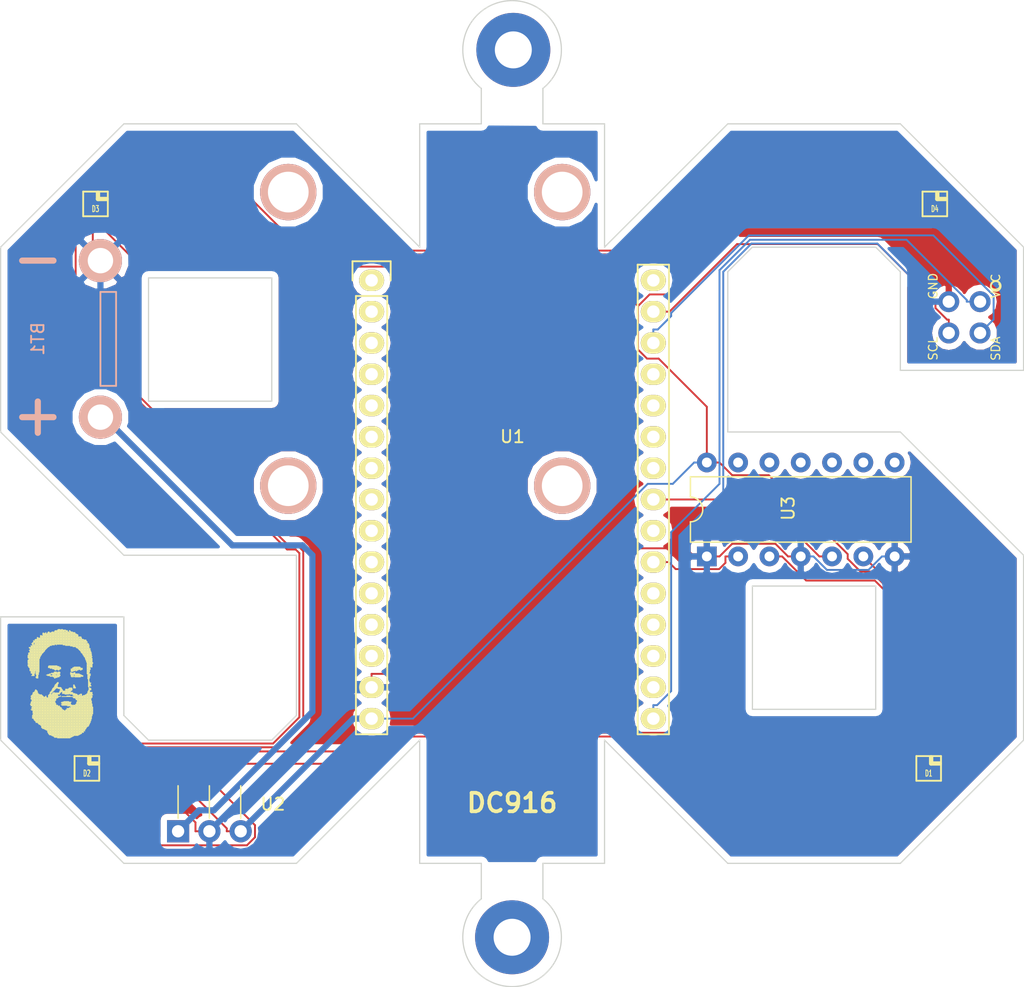
<source format=kicad_pcb>
(kicad_pcb (version 4) (host pcbnew 4.0.7)
  (layers (0 F.Cu signal) (31 B.Cu signal) (34 B.Paste user) (35 F.Paste user) (36 B.SilkS user) (37 F.SilkS user) (38 B.Mask user) (39 F.Mask user) (44 Edge.Cuts user))
  (net 0 "")
  (net 1 GND)
  (net 2 CLK5)
  (net 3 MOSI5)
  (net 4 5VDC)
  (net 5 "Net-(D1-Pad6)")
  (net 6 "Net-(D1-Pad1)")
  (net 7 "Net-(D2-Pad6)")
  (net 8 "Net-(D2-Pad1)")
  (net 9 "Net-(D3-Pad6)")
  (net 10 "Net-(D3-Pad1)")
  (net 11 "Net-(D4-Pad6)")
  (net 12 "Net-(D4-Pad1)")
  (net 13 "Net-(U1-Pad1)")
  (net 14 "Net-(U1-Pad2)")
  (net 15 "Net-(U1-Pad3)")
  (net 16 "Net-(U1-Pad4)")
  (net 17 "Net-(U1-Pad5)")
  (net 18 "Net-(U1-Pad6)")
  (net 19 "Net-(U1-Pad7)")
  (net 20 "Net-(U1-Pad8)")
  (net 21 "Net-(U1-Pad9)")
  (net 22 "Net-(U1-Pad10)")
  (net 23 "Net-(U1-Pad11)")
  (net 24 "Net-(U1-Pad12)")
  (net 25 "Net-(U1-Pad13)")
  (net 26 "Net-(U1-Pad30)")
  (net 27 "Net-(U1-Pad18)")
  (net 28 "Net-(U1-Pad17)")
  (net 29 "Net-(U1-Pad19)")
  (net 30 "Net-(U1-Pad25)")
  (net 31 "Net-(U1-Pad26)")
  (net 32 "Net-(U1-Pad24)")
  (net 33 "Net-(U1-Pad22)")
  (net 34 CLK)
  (net 35 MOSI)
  (net 36 "Net-(U1-Pad20)")
  (net 37 "Net-(U1-Pad27)")
  (net 38 "Net-(U3-Pad8)")
  (net 39 "Net-(U3-Pad9)")
  (net 40 "Net-(U3-Pad10)")
  (net 41 "Net-(U3-Pad11)")
  (net 42 "Net-(U3-Pad12)")
  (net 43 "Net-(U3-Pad13)")
  (net 44 9VDC)
  (net 45 3v3VDC)
  (net 46 SDA)
  (net 47 SCL)
  (module customdc916:BatteryHolder_9Volt_Keystone_1294 (layer B.Cu) (at 156.6 68.8)
    (fp_text reference BT1 (at -5.08 -6.35 270) (layer B.SilkS) (effects (justify mirror)))
    (fp_text value 9v)
    (pad 1 thru_hole circle (at 0 0) (size 3.5 3.5) (drill 2.06) (layers *.Cu *.Mask B.SilkS) (net 44 9VDC))
    (pad 2 thru_hole circle (at 0 -12.7) (size 3.5 3.5) (drill 2.06) (layers *.Cu *.Mask B.SilkS) (net 1 GND))
    (pad 3 thru_hole circle (at 15.24 -18.2626) (size 4.572 4.572) (drill 3.302) (layers *.Cu *.Mask B.SilkS))
    (pad 3 thru_hole circle (at 15.24 5.5626) (size 4.572 4.572) (drill 3.302) (layers *.Cu *.Mask B.SilkS))
    (pad 3 thru_hole circle (at 37.465 5.5626) (size 4.572 4.572) (drill 3.302) (layers *.Cu *.Mask B.SilkS))
    (pad 3 thru_hole circle (at 37.465 -18.2626) (size 4.572 4.572) (drill 3.302) (layers *.Cu *.Mask B.SilkS))
  )
  (module TO_SOT_Packages_THT:TO-220-3_Horizontal (layer F.Cu) (at 162.9 102.4)
    (fp_text reference U2 (at 7.7 -2.2) (layer F.SilkS))
    (fp_text value LM7805_TO220)
    (pad 1 thru_hole rect (at 0 0) (size 1.8 1.8) (drill 1) (layers *.Cu *.Mask) (net 44 9VDC))
    (pad 2 thru_hole oval (at 2.54 0) (size 1.8 1.8) (drill 1) (layers *.Cu *.Mask) (net 1 GND))
    (pad 3 thru_hole oval (at 5.08 0) (size 1.8 1.8) (drill 1) (layers *.Cu *.Mask) (net 4 5VDC))
  )
  (module nodemcu:NodeMCU_Amica_R2 (layer F.Cu) (at 178.6 57.7)
    (fp_text reference U1 (at 11.43 12.68) (layer F.SilkS))
    (fp_text value nodemcu hide)
    (pad 1 thru_hole oval (at 0 0) (size 2.032 1.7272) (drill 1.016) (layers *.Cu *.Mask F.SilkS) (net 13 "Net-(U1-Pad1)"))
    (pad 2 thru_hole oval (at 0 2.54) (size 2.032 1.7272) (drill 1.016) (layers *.Cu *.Mask F.SilkS) (net 14 "Net-(U1-Pad2)"))
    (pad 3 thru_hole oval (at 0 5.08) (size 2.032 1.7272) (drill 1.016) (layers *.Cu *.Mask F.SilkS) (net 15 "Net-(U1-Pad3)"))
    (pad 4 thru_hole oval (at 0 7.62) (size 2.032 1.7272) (drill 1.016) (layers *.Cu *.Mask F.SilkS) (net 16 "Net-(U1-Pad4)"))
    (pad 5 thru_hole oval (at 0 10.16) (size 2.032 1.7272) (drill 1.016) (layers *.Cu *.Mask F.SilkS) (net 17 "Net-(U1-Pad5)"))
    (pad 6 thru_hole oval (at 0 12.7) (size 2.032 1.7272) (drill 1.016) (layers *.Cu *.Mask F.SilkS) (net 18 "Net-(U1-Pad6)"))
    (pad 7 thru_hole oval (at 0 15.24) (size 2.032 1.7272) (drill 1.016) (layers *.Cu *.Mask F.SilkS) (net 19 "Net-(U1-Pad7)"))
    (pad 8 thru_hole oval (at 0 17.78) (size 2.032 1.7272) (drill 1.016) (layers *.Cu *.Mask F.SilkS) (net 20 "Net-(U1-Pad8)"))
    (pad 9 thru_hole oval (at 0 20.32) (size 2.032 1.7272) (drill 1.016) (layers *.Cu *.Mask F.SilkS) (net 21 "Net-(U1-Pad9)"))
    (pad 10 thru_hole oval (at 0 22.86) (size 2.032 1.7272) (drill 1.016) (layers *.Cu *.Mask F.SilkS) (net 22 "Net-(U1-Pad10)"))
    (pad 11 thru_hole oval (at 0 25.4) (size 2.032 1.7272) (drill 1.016) (layers *.Cu *.Mask F.SilkS) (net 23 "Net-(U1-Pad11)"))
    (pad 12 thru_hole oval (at 0 27.94) (size 2.032 1.7272) (drill 1.016) (layers *.Cu *.Mask F.SilkS) (net 24 "Net-(U1-Pad12)"))
    (pad 13 thru_hole oval (at 0 30.48) (size 2.032 1.7272) (drill 1.016) (layers *.Cu *.Mask F.SilkS) (net 25 "Net-(U1-Pad13)"))
    (pad 14 thru_hole oval (at 0 33.02) (size 2.032 1.7272) (drill 1.016) (layers *.Cu *.Mask F.SilkS) (net 1 GND))
    (pad 15 thru_hole oval (at 0 35.56) (size 2.032 1.7272) (drill 1.016) (layers *.Cu *.Mask F.SilkS) (net 4 5VDC))
    (pad 30 thru_hole oval (at 22.86 0) (size 2.032 1.7272) (drill 1.016) (layers *.Cu *.Mask F.SilkS) (net 26 "Net-(U1-Pad30)"))
    (pad 18 thru_hole oval (at 22.86 30.48) (size 2.032 1.7272) (drill 1.016) (layers *.Cu *.Mask F.SilkS) (net 27 "Net-(U1-Pad18)"))
    (pad 17 thru_hole oval (at 22.86 33.02) (size 2.032 1.7272) (drill 1.016) (layers *.Cu *.Mask F.SilkS) (net 28 "Net-(U1-Pad17)"))
    (pad 19 thru_hole oval (at 22.86 27.94) (size 2.032 1.7272) (drill 1.016) (layers *.Cu *.Mask F.SilkS) (net 29 "Net-(U1-Pad19)"))
    (pad 25 thru_hole oval (at 22.86 12.7) (size 2.032 1.7272) (drill 1.016) (layers *.Cu *.Mask F.SilkS) (net 30 "Net-(U1-Pad25)"))
    (pad 26 thru_hole oval (at 22.86 10.16) (size 2.032 1.7272) (drill 1.016) (layers *.Cu *.Mask F.SilkS) (net 31 "Net-(U1-Pad26)"))
    (pad 24 thru_hole oval (at 22.86 15.24) (size 2.032 1.7272) (drill 1.016) (layers *.Cu *.Mask F.SilkS) (net 32 "Net-(U1-Pad24)"))
    (pad 16 thru_hole oval (at 22.86 35.56) (size 2.032 1.7272) (drill 1.016) (layers *.Cu *.Mask F.SilkS) (net 45 3v3VDC))
    (pad 22 thru_hole oval (at 22.86 20.32) (size 2.032 1.7272) (drill 1.016) (layers *.Cu *.Mask F.SilkS) (net 33 "Net-(U1-Pad22)"))
    (pad 23 thru_hole oval (at 22.86 17.78) (size 2.032 1.7272) (drill 1.016) (layers *.Cu *.Mask F.SilkS) (net 34 CLK))
    (pad 21 thru_hole oval (at 22.86 22.86) (size 2.032 1.7272) (drill 1.016) (layers *.Cu *.Mask F.SilkS) (net 35 MOSI))
    (pad 20 thru_hole oval (at 22.86 25.4) (size 2.032 1.7272) (drill 1.016) (layers *.Cu *.Mask F.SilkS) (net 36 "Net-(U1-Pad20)"))
    (pad 28 thru_hole oval (at 22.86 5.08) (size 2.032 1.7272) (drill 1.016) (layers *.Cu *.Mask F.SilkS) (net 46 SDA))
    (pad 27 thru_hole oval (at 22.86 7.62) (size 2.032 1.7272) (drill 1.016) (layers *.Cu *.Mask F.SilkS) (net 37 "Net-(U1-Pad27)"))
    (pad 29 thru_hole oval (at 22.86 2.54) (size 2.032 1.7272) (drill 1.016) (layers *.Cu *.Mask F.SilkS) (net 47 SCL))
  )
  (module badgelife-shitty:Badgelife-Shitty-2x2 (layer F.Cu) (at 226.7 60.7 270)
    (fp_text reference X1)
    (fp_text value shit)
    (fp_text user SDA (at 2.54 -2.54 270) (layer F.SilkS) (effects (font (size 0.7 0.7) (thickness 0.1))))
    (fp_text user SCL (at 2.54 2.54 270) (layer F.SilkS) (effects (font (size 0.7 0.7) (thickness 0.1))))
    (fp_text user GND (at -2.54 2.54 270) (layer F.SilkS) (effects (font (size 0.7 0.7) (thickness 0.1))))
    (fp_text user VCC (at -2.54 -2.54 270) (layer F.SilkS) (effects (font (size 0.7 0.7) (thickness 0.1))))
    (pad 4 thru_hole circle (at 1.27 -1.27 270) (size 1.7 1.7) (drill 1) (layers *.Cu *.Mask) (net 46 SDA))
    (pad 3 thru_hole oval (at 1.27 1.27 270) (size 1.7 1.7) (drill 1) (layers *.Cu *.Mask) (net 47 SCL))
    (pad 1 thru_hole oval (at -1.27 -1.27 270) (size 1.7 1.7) (drill 1) (layers *.Cu *.Mask) (net 45 3v3VDC))
    (pad 2 thru_hole oval (at -1.27 1.27 270) (size 1.7 1.7) (drill 1) (layers *.Cu *.Mask) (net 1 GND))
  )
  (module gsg-modules:APA102-2020 (layer F.Cu) (at 223.8 97.3)
    (fp_text reference D1 (at 0 0.4) (layer F.SilkS) (effects (font (size 0.50038 0.29972) (thickness 0.07493))))
    (fp_text value APA102 hide)
    (pad 2 smd rect (at -0.85 -0.9) (size 0.8 0.5) (layers F.Cu F.Paste F.Mask) (net 2 CLK5))
    (pad 3 smd rect (at -0.85 0) (size 0.8 0.3) (layers F.Cu F.Paste F.Mask) (net 3 MOSI5))
    (pad 4 smd rect (at -0.85 0.9) (size 0.8 0.5) (layers F.Cu F.Paste F.Mask) (net 1 GND))
    (pad 5 smd rect (at 0.85 0.9) (size 0.8 0.5) (layers F.Cu F.Paste F.Mask) (net 4 5VDC))
    (pad 6 smd rect (at 0.85 0) (size 0.8 0.3) (layers F.Cu F.Paste F.Mask) (net 5 "Net-(D1-Pad6)"))
    (pad 1 smd rect (at 0.85 -0.9) (size 0.8 0.5) (layers F.Cu F.Paste F.Mask) (net 6 "Net-(D1-Pad1)"))
  )
  (module gsg-modules:APA102-2020 (layer F.Cu) (at 155.5 97.3)
    (fp_text reference D2 (at 0 0.4) (layer F.SilkS) (effects (font (size 0.50038 0.29972) (thickness 0.07493))))
    (fp_text value APA102 hide)
    (pad 2 smd rect (at -0.85 -0.9) (size 0.8 0.5) (layers F.Cu F.Paste F.Mask) (net 6 "Net-(D1-Pad1)"))
    (pad 3 smd rect (at -0.85 0) (size 0.8 0.3) (layers F.Cu F.Paste F.Mask) (net 5 "Net-(D1-Pad6)"))
    (pad 4 smd rect (at -0.85 0.9) (size 0.8 0.5) (layers F.Cu F.Paste F.Mask) (net 1 GND))
    (pad 5 smd rect (at 0.85 0.9) (size 0.8 0.5) (layers F.Cu F.Paste F.Mask) (net 4 5VDC))
    (pad 6 smd rect (at 0.85 0) (size 0.8 0.3) (layers F.Cu F.Paste F.Mask) (net 7 "Net-(D2-Pad6)"))
    (pad 1 smd rect (at 0.85 -0.9) (size 0.8 0.5) (layers F.Cu F.Paste F.Mask) (net 8 "Net-(D2-Pad1)"))
  )
  (module gsg-modules:APA102-2020 (layer F.Cu) (at 156.2 51.5)
    (fp_text reference D3 (at 0 0.4) (layer F.SilkS) (effects (font (size 0.50038 0.29972) (thickness 0.07493))))
    (fp_text value APA102 hide)
    (pad 2 smd rect (at -0.85 -0.9) (size 0.8 0.5) (layers F.Cu F.Paste F.Mask) (net 8 "Net-(D2-Pad1)"))
    (pad 3 smd rect (at -0.85 0) (size 0.8 0.3) (layers F.Cu F.Paste F.Mask) (net 7 "Net-(D2-Pad6)"))
    (pad 4 smd rect (at -0.85 0.9) (size 0.8 0.5) (layers F.Cu F.Paste F.Mask) (net 1 GND))
    (pad 5 smd rect (at 0.85 0.9) (size 0.8 0.5) (layers F.Cu F.Paste F.Mask) (net 4 5VDC))
    (pad 6 smd rect (at 0.85 0) (size 0.8 0.3) (layers F.Cu F.Paste F.Mask) (net 9 "Net-(D3-Pad6)"))
    (pad 1 smd rect (at 0.85 -0.9) (size 0.8 0.5) (layers F.Cu F.Paste F.Mask) (net 10 "Net-(D3-Pad1)"))
  )
  (module gsg-modules:APA102-2020 (layer F.Cu) (at 224.3 51.5)
    (fp_text reference D4 (at 0 0.4) (layer F.SilkS) (effects (font (size 0.50038 0.29972) (thickness 0.07493))))
    (fp_text value APA102 hide)
    (pad 2 smd rect (at -0.85 -0.9) (size 0.8 0.5) (layers F.Cu F.Paste F.Mask) (net 10 "Net-(D3-Pad1)"))
    (pad 3 smd rect (at -0.85 0) (size 0.8 0.3) (layers F.Cu F.Paste F.Mask) (net 9 "Net-(D3-Pad6)"))
    (pad 4 smd rect (at -0.85 0.9) (size 0.8 0.5) (layers F.Cu F.Paste F.Mask) (net 1 GND))
    (pad 5 smd rect (at 0.85 0.9) (size 0.8 0.5) (layers F.Cu F.Paste F.Mask) (net 4 5VDC))
    (pad 6 smd rect (at 0.85 0) (size 0.8 0.3) (layers F.Cu F.Paste F.Mask) (net 11 "Net-(D4-Pad6)"))
    (pad 1 smd rect (at 0.85 -0.9) (size 0.8 0.5) (layers F.Cu F.Paste F.Mask) (net 12 "Net-(D4-Pad1)"))
  )
  (module Housings_DIP:DIP-14_W7.62mm (layer F.Cu) (at 205.8 80.1 90)
    (fp_text reference U3 (at 3.9 6.6 90) (layer F.SilkS))
    (fp_text value 74AHC125)
    (pad 1 thru_hole rect (at 0 0 90) (size 1.6 1.6) (drill 0.8) (layers *.Cu *.Mask) (net 1 GND))
    (pad 8 thru_hole oval (at 7.62 15.24 90) (size 1.6 1.6) (drill 0.8) (layers *.Cu *.Mask) (net 38 "Net-(U3-Pad8)"))
    (pad 2 thru_hole oval (at 0 2.54 90) (size 1.6 1.6) (drill 0.8) (layers *.Cu *.Mask) (net 35 MOSI))
    (pad 9 thru_hole oval (at 7.62 12.7 90) (size 1.6 1.6) (drill 0.8) (layers *.Cu *.Mask) (net 39 "Net-(U3-Pad9)"))
    (pad 3 thru_hole oval (at 0 5.08 90) (size 1.6 1.6) (drill 0.8) (layers *.Cu *.Mask) (net 2 CLK5))
    (pad 10 thru_hole oval (at 7.62 10.16 90) (size 1.6 1.6) (drill 0.8) (layers *.Cu *.Mask) (net 40 "Net-(U3-Pad10)"))
    (pad 4 thru_hole oval (at 0 7.62 90) (size 1.6 1.6) (drill 0.8) (layers *.Cu *.Mask) (net 1 GND))
    (pad 11 thru_hole oval (at 7.62 7.62 90) (size 1.6 1.6) (drill 0.8) (layers *.Cu *.Mask) (net 41 "Net-(U3-Pad11)"))
    (pad 5 thru_hole oval (at 0 10.16 90) (size 1.6 1.6) (drill 0.8) (layers *.Cu *.Mask) (net 34 CLK))
    (pad 12 thru_hole oval (at 7.62 5.08 90) (size 1.6 1.6) (drill 0.8) (layers *.Cu *.Mask) (net 42 "Net-(U3-Pad12)"))
    (pad 6 thru_hole oval (at 0 12.7 90) (size 1.6 1.6) (drill 0.8) (layers *.Cu *.Mask) (net 3 MOSI5))
    (pad 13 thru_hole oval (at 7.62 2.54 90) (size 1.6 1.6) (drill 0.8) (layers *.Cu *.Mask) (net 43 "Net-(U3-Pad13)"))
    (pad 7 thru_hole oval (at 0 15.24 90) (size 1.6 1.6) (drill 0.8) (layers *.Cu *.Mask) (net 1 GND))
    (pad 14 thru_hole oval (at 7.62 0 90) (size 1.6 1.6) (drill 0.8) (layers *.Cu *.Mask) (net 4 5VDC))
  )
  (module Mounting_Holes:MountingHole_3mm_Pad (layer F.Cu) (at 190.1 39)
    (fp_text reference REF** hide)
    (fp_text value MountingHole_3mm_Pad hide)
    (pad 1 thru_hole circle (at 0 0) (size 6 6) (drill 3) (layers *.Cu *.Mask))
  )
  (module Mounting_Holes:MountingHole_3mm_Pad (layer F.Cu) (at 190 111)
    (fp_text reference REF** hide)
    (fp_text value MountingHole_3mm_Pad hide)
    (pad 1 thru_hole circle (at 0 0) (size 6 6) (drill 3) (layers *.Cu *.Mask))
  )
  (module nilesface2:nilesface_smaller (layer F.Cu) (at 150.7 86)
    (fp_text reference nilesface hide)
    (fp_text value "" (at 0 0) (layer F.SilkS))
  )
  (gr_line (start 187.5011 107.881101) (end 187.5011 105.0036) (layer Edge.Cuts) (width 0.1))
  (gr_line (start 192.5011 107.881101) (end 192.5011 105.0036) (layer Edge.Cuts) (width 0.1))
  (gr_arc (start 190.0011 111.0036) (end 187.5011 107.881101) (angle -282.6356251) (layer Edge.Cuts) (width 0.1))
  (gr_line (start 192.5011 105.0036) (end 197.5011 105.0036) (layer Edge.Cuts) (width 0.1))
  (gr_line (start 182.5011 105.0036) (end 187.5011 105.0036) (layer Edge.Cuts) (width 0.1))
  (gr_line (start 192.5011 45.0036) (end 197.5011 45.0036) (layer Edge.Cuts) (width 0.1))
  (gr_line (start 187.5011 42.126099) (end 187.5011 45.0036) (layer Edge.Cuts) (width 0.1))
  (gr_line (start 192.5011 42.126099) (end 192.5011 45.0036) (layer Edge.Cuts) (width 0.1))
  (gr_arc (start 190.0011 39.0036) (end 192.5011 42.126099) (angle -282.6356251) (layer Edge.Cuts) (width 0.1))
  (gr_line (start 182.5011 45.0036) (end 187.5011 45.0036) (layer Edge.Cuts) (width 0.1))
  (gr_text DC916 (at 190 100.1) (layer F.SilkS) (effects (font (size 1.5 1.5) (thickness 0.3))))
  (gr_line (start 197.5011 95.0036) (end 197.5011 105.0036) (layer Edge.Cuts) (width 0.1))
  (gr_line (start 182.5011 95.0036) (end 182.5011 105.0036) (layer Edge.Cuts) (width 0.1))
  (gr_line (start 182.5011 45.0036) (end 182.5011 55.0036) (layer Edge.Cuts) (width 0.1))
  (gr_line (start 197.5011 45.0036) (end 197.5011 55.0036) (layer Edge.Cuts) (width 0.1))
  (gr_line (start 221.5011 45.0036) (end 207.5011 45.0036) (layer Edge.Cuts) (width 0.1))
  (gr_line (start 231.5011 95.0036) (end 231.5011 80.0036) (layer Edge.Cuts) (width 0.1))
  (gr_line (start 209.5011 82.5036) (end 209.5011 92.5036) (layer Edge.Cuts) (width 0.1))
  (gr_line (start 219.5011 82.5036) (end 209.5011 82.5036) (layer Edge.Cuts) (width 0.1))
  (gr_line (start 219.5011 92.5036) (end 219.5011 82.5036) (layer Edge.Cuts) (width 0.1))
  (gr_line (start 209.5011 92.5036) (end 219.5011 92.5036) (layer Edge.Cuts) (width 0.1))
  (gr_line (start 207.5011 105.0036) (end 197.5011 95.0036) (layer Edge.Cuts) (width 0.1))
  (gr_line (start 207.5011 45.0036) (end 197.5011 55.0036) (layer Edge.Cuts) (width 0.1))
  (gr_line (start 221.5011 105.0036) (end 207.5011 105.0036) (layer Edge.Cuts) (width 0.1))
  (gr_line (start 207.5011 57.0036) (end 207.5011 70.0036) (layer Edge.Cuts) (width 0.1))
  (gr_line (start 221.5011 70.0036) (end 207.5011 70.0036) (layer Edge.Cuts) (width 0.1))
  (gr_line (start 231.5011 80.0036) (end 221.5011 70.0036) (layer Edge.Cuts) (width 0.1))
  (gr_line (start 207.5011 57.0036) (end 209.5011 55.0036) (layer Edge.Cuts) (width 0.1))
  (gr_line (start 219.5011 55.0036) (end 209.5011 55.0036) (layer Edge.Cuts) (width 0.1))
  (gr_line (start 219.5011 55.0036) (end 221.5011 57.0036) (layer Edge.Cuts) (width 0.1))
  (gr_line (start 221.5011 65.0036) (end 221.5011 57.0036) (layer Edge.Cuts) (width 0.1))
  (gr_line (start 231.5011 65.0036) (end 221.5011 65.0036) (layer Edge.Cuts) (width 0.1))
  (gr_line (start 231.5011 55.0036) (end 231.5011 65.0036) (layer Edge.Cuts) (width 0.1))
  (gr_line (start 221.5011 45.0036) (end 231.5011 55.0036) (layer Edge.Cuts) (width 0.1))
  (gr_line (start 221.5011 105.0036) (end 231.5011 95.0036) (layer Edge.Cuts) (width 0.1))
  (gr_line (start 158.5011 105.0036) (end 172.5011 105.0036) (layer Edge.Cuts) (width 0.1))
  (gr_line (start 148.5011 55.0036) (end 148.5011 70.0036) (layer Edge.Cuts) (width 0.1))
  (gr_line (start 170.5011 67.5036) (end 170.5011 57.5036) (layer Edge.Cuts) (width 0.1))
  (gr_line (start 160.5011 67.5036) (end 170.5011 67.5036) (layer Edge.Cuts) (width 0.1))
  (gr_line (start 160.5011 57.5036) (end 160.5011 67.5036) (layer Edge.Cuts) (width 0.1))
  (gr_line (start 170.5011 57.5036) (end 160.5011 57.5036) (layer Edge.Cuts) (width 0.1))
  (gr_line (start 172.5011 45.0036) (end 182.5011 55.0036) (layer Edge.Cuts) (width 0.1))
  (gr_line (start 172.5011 105.0036) (end 182.5011 95.0036) (layer Edge.Cuts) (width 0.1))
  (gr_line (start 158.5011 45.0036) (end 172.5011 45.0036) (layer Edge.Cuts) (width 0.1))
  (gr_line (start 172.5011 93.0036) (end 172.5011 80.0036) (layer Edge.Cuts) (width 0.1))
  (gr_line (start 158.5011 80.0036) (end 172.5011 80.0036) (layer Edge.Cuts) (width 0.1))
  (gr_line (start 148.5011 70.0036) (end 158.5011 80.0036) (layer Edge.Cuts) (width 0.1))
  (gr_line (start 172.5011 93.0036) (end 170.5011 95.0036) (layer Edge.Cuts) (width 0.1))
  (gr_line (start 160.5011 95.0036) (end 170.5011 95.0036) (layer Edge.Cuts) (width 0.1))
  (gr_line (start 160.5011 95.0036) (end 158.5011 93.0036) (layer Edge.Cuts) (width 0.1))
  (gr_line (start 158.5011 85.0036) (end 158.5011 93.0036) (layer Edge.Cuts) (width 0.1))
  (gr_line (start 148.5011 85.0036) (end 158.5011 85.0036) (layer Edge.Cuts) (width 0.1))
  (gr_line (start 148.5011 95.0036) (end 148.5011 85.0036) (layer Edge.Cuts) (width 0.1))
  (gr_line (start 158.5011 105.0036) (end 148.5011 95.0036) (layer Edge.Cuts) (width 0.1))
  (gr_line (start 158.5011 45.0036) (end 148.5011 55.0036) (layer Edge.Cuts) (width 0.1))
  (segment (start 176.752732 90.749925) (end 176.752732 91.087268) (width 0.5) (layer B.Cu) (net 1))
  (segment (start 176.752732 91.087268) (end 165.44 102.4) (width 0.5) (layer B.Cu) (net 1))
  (segment (start 156.6 56.1) (end 156.6 63.8) (width 0.5) (layer B.Cu) (net 1))
  (segment (start 156.6 63.8) (end 155.8 64.6) (width 0.5) (layer B.Cu) (net 1))
  (segment (start 218.9182 81.1929) (end 220.0111 80.1) (width 0.1524) (layer B.Cu) (net 1))
  (segment (start 215.5418 81.1929) (end 218.9182 81.1929) (width 0.1524) (layer B.Cu) (net 1))
  (segment (start 214.4489 80.1) (end 215.5418 81.1929) (width 0.1524) (layer B.Cu) (net 1))
  (segment (start 213.42 80.1) (end 214.4489 80.1) (width 0.1524) (layer B.Cu) (net 1))
  (segment (start 221.04 80.1) (end 220.0111 80.1) (width 0.1524) (layer B.Cu) (net 1))
  (segment (start 154.65 98.2) (end 155.2789 98.2) (width 0.1524) (layer F.Cu) (net 1))
  (segment (start 155.2789 98.2) (end 156.0628 98.9839) (width 0.1524) (layer F.Cu) (net 1))
  (segment (start 156.0628 98.9839) (end 161.6107 98.9839) (width 0.1524) (layer F.Cu) (net 1))
  (segment (start 161.6107 98.9839) (end 164.3111 101.6843) (width 0.1524) (layer F.Cu) (net 1))
  (segment (start 164.3111 101.6843) (end 164.3111 102.4) (width 0.1524) (layer F.Cu) (net 1))
  (segment (start 165.44 102.4) (end 164.3111 102.4) (width 0.1524) (layer F.Cu) (net 1))
  (segment (start 222.95 98.2) (end 223.5789 98.2) (width 0.1524) (layer F.Cu) (net 1))
  (segment (start 221.04 80.1) (end 221.04 81.1289) (width 0.1524) (layer F.Cu) (net 1))
  (segment (start 225.43 59.43) (end 224.3511 59.43) (width 0.1524) (layer B.Cu) (net 1))
  (segment (start 205.8 80.1) (end 205.8 79.0711) (width 0.1524) (layer B.Cu) (net 1))
  (segment (start 219.6372 54.7161) (end 224.3511 59.43) (width 0.1524) (layer B.Cu) (net 1))
  (segment (start 209.422 54.7161) (end 219.6372 54.7161) (width 0.1524) (layer B.Cu) (net 1))
  (segment (start 207.134 57.0041) (end 209.422 54.7161) (width 0.1524) (layer B.Cu) (net 1))
  (segment (start 207.134 77.7371) (end 207.134 57.0041) (width 0.1524) (layer B.Cu) (net 1))
  (segment (start 205.8 79.0711) (end 207.134 77.7371) (width 0.1524) (layer B.Cu) (net 1))
  (segment (start 204.113 79.4419) (end 204.7711 80.1) (width 0.1524) (layer F.Cu) (net 1))
  (segment (start 189.8781 79.4419) (end 204.113 79.4419) (width 0.1524) (layer F.Cu) (net 1))
  (segment (start 179.6925 89.6275) (end 189.8781 79.4419) (width 0.1524) (layer F.Cu) (net 1))
  (segment (start 178.6 89.6275) (end 179.6925 89.6275) (width 0.1524) (layer F.Cu) (net 1))
  (segment (start 178.6 90.72) (end 178.6 89.6275) (width 0.1524) (layer F.Cu) (net 1))
  (segment (start 205.8 80.1) (end 204.7711 80.1) (width 0.1524) (layer F.Cu) (net 1))
  (segment (start 224.5578 51.9211) (end 224.0789 52.4) (width 0.1524) (layer F.Cu) (net 1))
  (segment (start 225.6653 51.9211) (end 224.5578 51.9211) (width 0.1524) (layer F.Cu) (net 1))
  (segment (start 225.779 52.0348) (end 225.6653 51.9211) (width 0.1524) (layer F.Cu) (net 1))
  (segment (start 225.779 58.0021) (end 225.779 52.0348) (width 0.1524) (layer F.Cu) (net 1))
  (segment (start 225.43 58.3511) (end 225.779 58.0021) (width 0.1524) (layer F.Cu) (net 1))
  (segment (start 225.43 59.43) (end 225.43 58.3511) (width 0.1524) (layer F.Cu) (net 1))
  (segment (start 223.45 52.4) (end 224.0789 52.4) (width 0.1524) (layer F.Cu) (net 1))
  (segment (start 155.9789 55.4789) (end 155.9789 52.4) (width 0.1524) (layer F.Cu) (net 1))
  (segment (start 156.6 56.1) (end 155.9789 55.4789) (width 0.1524) (layer F.Cu) (net 1))
  (segment (start 155.35 52.4) (end 155.9789 52.4) (width 0.1524) (layer F.Cu) (net 1))
  (segment (start 207.8578 79.0711) (end 206.8289 80.1) (width 0.1524) (layer F.Cu) (net 1))
  (segment (start 211.3622 79.0711) (end 207.8578 79.0711) (width 0.1524) (layer F.Cu) (net 1))
  (segment (start 212.3911 80.1) (end 211.3622 79.0711) (width 0.1524) (layer F.Cu) (net 1))
  (segment (start 213.42 80.1) (end 212.3911 80.1) (width 0.1524) (layer F.Cu) (net 1))
  (segment (start 205.8 80.1) (end 206.8289 80.1) (width 0.1524) (layer F.Cu) (net 1))
  (segment (start 176.8 90.7) (end 176.752732 90.749925) (width 0.1524) (layer B.Cu) (net 1))
  (segment (start 178.6 90.72) (end 176.8 90.7) (width 1) (layer B.Cu) (net 1))
  (segment (start 176.5 78.2) (end 176.8 90.7) (width 1) (layer B.Cu) (net 1))
  (segment (start 155.8 64.6) (end 171.1 78.2) (width 0.5) (layer B.Cu) (net 1))
  (segment (start 171.1 78.2) (end 176.5 78.2) (width 0.5) (layer B.Cu) (net 1))
  (segment (start 226.217 86.3059) (end 221.04 81.1289) (width 0.1524) (layer F.Cu) (net 1))
  (segment (start 226.217 98.0516) (end 226.217 86.3059) (width 0.1524) (layer F.Cu) (net 1))
  (segment (start 225.2734 98.9952) (end 226.217 98.0516) (width 0.1524) (layer F.Cu) (net 1))
  (segment (start 223.9425 98.9952) (end 225.2734 98.9952) (width 0.1524) (layer F.Cu) (net 1))
  (segment (start 223.5789 98.6316) (end 223.9425 98.9952) (width 0.1524) (layer F.Cu) (net 1))
  (segment (start 223.5789 98.2) (end 223.5789 98.6316) (width 0.1524) (layer F.Cu) (net 1))
  (segment (start 222.95 96.4) (end 223.5789 96.4) (width 0.1524) (layer F.Cu) (net 2))
  (segment (start 210.88 80.1) (end 211.9089 80.1) (width 0.1524) (layer F.Cu) (net 2))
  (segment (start 224.0579 96.879) (end 223.5789 96.4) (width 0.1524) (layer F.Cu) (net 2))
  (segment (start 225.1491 96.879) (end 224.0579 96.879) (width 0.1524) (layer F.Cu) (net 2))
  (segment (start 225.279 96.7491) (end 225.1491 96.879) (width 0.1524) (layer F.Cu) (net 2))
  (segment (start 225.279 87.9068) (end 225.279 96.7491) (width 0.1524) (layer F.Cu) (net 2))
  (segment (start 219.4296 82.0574) (end 225.279 87.9068) (width 0.1524) (layer F.Cu) (net 2))
  (segment (start 213.8663 82.0574) (end 219.4296 82.0574) (width 0.1524) (layer F.Cu) (net 2))
  (segment (start 211.9089 80.1) (end 213.8663 82.0574) (width 0.1524) (layer F.Cu) (net 2))
  (segment (start 222.95 97.3) (end 223.5789 97.3) (width 0.1524) (layer F.Cu) (net 3))
  (segment (start 225.9119 87.5119) (end 218.5 80.1) (width 0.1524) (layer F.Cu) (net 3))
  (segment (start 225.9119 97.9251) (end 225.9119 87.5119) (width 0.1524) (layer F.Cu) (net 3))
  (segment (start 225.1469 98.6901) (end 225.9119 97.9251) (width 0.1524) (layer F.Cu) (net 3))
  (segment (start 224.1613 98.6901) (end 225.1469 98.6901) (width 0.1524) (layer F.Cu) (net 3))
  (segment (start 223.9396 98.4684) (end 224.1613 98.6901) (width 0.1524) (layer F.Cu) (net 3))
  (segment (start 223.9396 97.6607) (end 223.9396 98.4684) (width 0.1524) (layer F.Cu) (net 3))
  (segment (start 223.5789 97.3) (end 223.9396 97.6607) (width 0.1524) (layer F.Cu) (net 3))
  (segment (start 178.6 93.26) (end 177.12 93.26) (width 0.5) (layer B.Cu) (net 4))
  (segment (start 177.12 93.26) (end 167.98 102.4) (width 0.5) (layer B.Cu) (net 4))
  (segment (start 205.8 72.48) (end 204.7711 72.48) (width 0.1524) (layer B.Cu) (net 4))
  (segment (start 181.9554 93.26) (end 178.6 93.26) (width 0.1524) (layer B.Cu) (net 4))
  (segment (start 201.0054 74.21) (end 181.9554 93.26) (width 0.1524) (layer B.Cu) (net 4))
  (segment (start 203.0411 74.21) (end 201.0054 74.21) (width 0.1524) (layer B.Cu) (net 4))
  (segment (start 204.7711 72.48) (end 203.0411 74.21) (width 0.1524) (layer B.Cu) (net 4))
  (segment (start 166.8511 102.1661) (end 166.8511 102.4) (width 0.1524) (layer F.Cu) (net 4))
  (segment (start 162.885 98.2) (end 166.8511 102.1661) (width 0.1524) (layer F.Cu) (net 4))
  (segment (start 156.35 98.2) (end 162.885 98.2) (width 0.1524) (layer F.Cu) (net 4))
  (segment (start 167.98 102.4) (end 166.8511 102.4) (width 0.1524) (layer F.Cu) (net 4))
  (segment (start 225.15 52.4) (end 224.5211 52.4) (width 0.1524) (layer F.Cu) (net 4))
  (segment (start 157.05 52.4) (end 157.6789 52.4) (width 0.1524) (layer F.Cu) (net 4))
  (segment (start 161.8649 56.586) (end 157.6789 52.4) (width 0.1524) (layer F.Cu) (net 4))
  (segment (start 197.0138 56.586) (end 161.8649 56.586) (width 0.1524) (layer F.Cu) (net 4))
  (segment (start 200.215 59.7872) (end 197.0138 56.586) (width 0.1524) (layer F.Cu) (net 4))
  (segment (start 224.0422 52.8789) (end 224.5211 52.4) (width 0.1524) (layer F.Cu) (net 4))
  (segment (start 208.6684 52.8789) (end 224.0422 52.8789) (width 0.1524) (layer F.Cu) (net 4))
  (segment (start 202.705 58.8423) (end 208.6684 52.8789) (width 0.1524) (layer F.Cu) (net 4))
  (segment (start 201.1599 58.8423) (end 202.705 58.8423) (width 0.1524) (layer F.Cu) (net 4))
  (segment (start 200.215 59.7872) (end 201.1599 58.8423) (width 0.1524) (layer F.Cu) (net 4))
  (segment (start 205.8 67.9588) (end 205.8 72.48) (width 0.1524) (layer F.Cu) (net 4))
  (segment (start 201.8912 64.05) (end 205.8 67.9588) (width 0.1524) (layer F.Cu) (net 4))
  (segment (start 200.9483 64.05) (end 201.8912 64.05) (width 0.1524) (layer F.Cu) (net 4))
  (segment (start 200.215 63.3167) (end 200.9483 64.05) (width 0.1524) (layer F.Cu) (net 4))
  (segment (start 200.215 59.7872) (end 200.215 63.3167) (width 0.1524) (layer F.Cu) (net 4))
  (segment (start 225.6067 97.2433) (end 224.65 98.2) (width 0.1524) (layer F.Cu) (net 4))
  (segment (start 225.6067 87.8028) (end 225.6067 97.2433) (width 0.1524) (layer F.Cu) (net 4))
  (segment (start 219.1365 81.3326) (end 225.6067 87.8028) (width 0.1524) (layer F.Cu) (net 4))
  (segment (start 218.2704 81.3326) (end 219.1365 81.3326) (width 0.1524) (layer F.Cu) (net 4))
  (segment (start 217.23 80.2922) (end 218.2704 81.3326) (width 0.1524) (layer F.Cu) (net 4))
  (segment (start 217.23 79.9119) (end 217.23 80.2922) (width 0.1524) (layer F.Cu) (net 4))
  (segment (start 210.827 73.5089) (end 217.23 79.9119) (width 0.1524) (layer F.Cu) (net 4))
  (segment (start 207.8578 73.5089) (end 210.827 73.5089) (width 0.1524) (layer F.Cu) (net 4))
  (segment (start 206.8289 72.48) (end 207.8578 73.5089) (width 0.1524) (layer F.Cu) (net 4))
  (segment (start 205.8 72.48) (end 206.8289 72.48) (width 0.1524) (layer F.Cu) (net 4))
  (segment (start 223.6422 96.9211) (end 224.0211 97.3) (width 0.1524) (layer F.Cu) (net 5))
  (segment (start 220.9367 96.9211) (end 223.6422 96.9211) (width 0.1524) (layer F.Cu) (net 5))
  (segment (start 218.7287 94.7131) (end 220.9367 96.9211) (width 0.1524) (layer F.Cu) (net 5))
  (segment (start 181.5678 94.7131) (end 218.7287 94.7131) (width 0.1524) (layer F.Cu) (net 5))
  (segment (start 179.3598 96.9211) (end 181.5678 94.7131) (width 0.1524) (layer F.Cu) (net 5))
  (segment (start 155.6578 96.9211) (end 179.3598 96.9211) (width 0.1524) (layer F.Cu) (net 5))
  (segment (start 155.2789 97.3) (end 155.6578 96.9211) (width 0.1524) (layer F.Cu) (net 5))
  (segment (start 154.65 97.3) (end 155.2789 97.3) (width 0.1524) (layer F.Cu) (net 5))
  (segment (start 224.65 97.3) (end 224.0211 97.3) (width 0.1524) (layer F.Cu) (net 5))
  (segment (start 222.029 94.4079) (end 224.0211 96.4) (width 0.1524) (layer F.Cu) (net 6))
  (segment (start 180.0359 94.4079) (end 222.029 94.4079) (width 0.1524) (layer F.Cu) (net 6))
  (segment (start 178.5227 95.9211) (end 180.0359 94.4079) (width 0.1524) (layer F.Cu) (net 6))
  (segment (start 155.7578 95.9211) (end 178.5227 95.9211) (width 0.1524) (layer F.Cu) (net 6))
  (segment (start 155.2789 96.4) (end 155.7578 95.9211) (width 0.1524) (layer F.Cu) (net 6))
  (segment (start 154.65 96.4) (end 155.2789 96.4) (width 0.1524) (layer F.Cu) (net 6))
  (segment (start 224.65 96.4) (end 224.0211 96.4) (width 0.1524) (layer F.Cu) (net 6))
  (segment (start 155.35 51.5) (end 154.7211 51.5) (width 0.1524) (layer F.Cu) (net 7))
  (segment (start 164.5373 97.3) (end 156.35 97.3) (width 0.1524) (layer F.Cu) (net 7))
  (segment (start 169.1398 101.9025) (end 164.5373 97.3) (width 0.1524) (layer F.Cu) (net 7))
  (segment (start 169.1398 102.883) (end 169.1398 101.9025) (width 0.1524) (layer F.Cu) (net 7))
  (segment (start 168.483 103.5398) (end 169.1398 102.883) (width 0.1524) (layer F.Cu) (net 7))
  (segment (start 158.9541 103.5398) (end 168.483 103.5398) (width 0.1524) (layer F.Cu) (net 7))
  (segment (start 153.7066 98.2923) (end 158.9541 103.5398) (width 0.1524) (layer F.Cu) (net 7))
  (segment (start 153.7066 95.9381) (end 153.7066 98.2923) (width 0.1524) (layer F.Cu) (net 7))
  (segment (start 154.3646 95.2801) (end 153.7066 95.9381) (width 0.1524) (layer F.Cu) (net 7))
  (segment (start 170.6084 95.2801) (end 154.3646 95.2801) (width 0.1524) (layer F.Cu) (net 7))
  (segment (start 172.74 93.1485) (end 170.6084 95.2801) (width 0.1524) (layer F.Cu) (net 7))
  (segment (start 172.74 79.8359) (end 172.74 93.1485) (width 0.1524) (layer F.Cu) (net 7))
  (segment (start 172.4405 79.5364) (end 172.74 79.8359) (width 0.1524) (layer F.Cu) (net 7))
  (segment (start 171.7475 79.5364) (end 172.4405 79.5364) (width 0.1524) (layer F.Cu) (net 7))
  (segment (start 154.5895 62.3784) (end 171.7475 79.5364) (width 0.1524) (layer F.Cu) (net 7))
  (segment (start 154.5895 51.6316) (end 154.5895 62.3784) (width 0.1524) (layer F.Cu) (net 7))
  (segment (start 154.7211 51.5) (end 154.5895 51.6316) (width 0.1524) (layer F.Cu) (net 7))
  (segment (start 155.2422 96.8789) (end 155.7211 96.4) (width 0.1524) (layer F.Cu) (net 8))
  (segment (start 154.1552 96.8789) (end 155.2422 96.8789) (width 0.1524) (layer F.Cu) (net 8))
  (segment (start 154.0211 96.7448) (end 154.1552 96.8789) (width 0.1524) (layer F.Cu) (net 8))
  (segment (start 154.0211 96.0552) (end 154.0211 96.7448) (width 0.1524) (layer F.Cu) (net 8))
  (segment (start 154.4911 95.5852) (end 154.0211 96.0552) (width 0.1524) (layer F.Cu) (net 8))
  (segment (start 170.7467 95.5852) (end 154.4911 95.5852) (width 0.1524) (layer F.Cu) (net 8))
  (segment (start 173.0567 93.2752) (end 170.7467 95.5852) (width 0.1524) (layer F.Cu) (net 8))
  (segment (start 173.0567 79.6694) (end 173.0567 93.2752) (width 0.1524) (layer F.Cu) (net 8))
  (segment (start 172.4662 79.0789) (end 173.0567 79.6694) (width 0.1524) (layer F.Cu) (net 8))
  (segment (start 171.7216 79.0789) (end 172.4662 79.0789) (width 0.1524) (layer F.Cu) (net 8))
  (segment (start 159.8455 67.2028) (end 171.7216 79.0789) (width 0.1524) (layer F.Cu) (net 8))
  (segment (start 159.8455 56.5289) (end 159.8455 67.2028) (width 0.1524) (layer F.Cu) (net 8))
  (segment (start 156.2841 52.9675) (end 159.8455 56.5289) (width 0.1524) (layer F.Cu) (net 8))
  (segment (start 156.2841 50.9052) (end 156.2841 52.9675) (width 0.1524) (layer F.Cu) (net 8))
  (segment (start 155.9789 50.6) (end 156.2841 50.9052) (width 0.1524) (layer F.Cu) (net 8))
  (segment (start 155.35 50.6) (end 155.9789 50.6) (width 0.1524) (layer F.Cu) (net 8))
  (segment (start 156.35 96.4) (end 155.7211 96.4) (width 0.1524) (layer F.Cu) (net 8))
  (segment (start 206.9347 51.5) (end 223.45 51.5) (width 0.1524) (layer F.Cu) (net 9))
  (segment (start 202.8426 55.5921) (end 206.9347 51.5) (width 0.1524) (layer F.Cu) (net 9))
  (segment (start 172.5645 55.5921) (end 202.8426 55.5921) (width 0.1524) (layer F.Cu) (net 9))
  (segment (start 168.4724 51.5) (end 172.5645 55.5921) (width 0.1524) (layer F.Cu) (net 9))
  (segment (start 157.05 51.5) (end 168.4724 51.5) (width 0.1524) (layer F.Cu) (net 9))
  (segment (start 168.3331 50.6) (end 157.05 50.6) (width 0.1524) (layer F.Cu) (net 10))
  (segment (start 173.02 55.2869) (end 168.3331 50.6) (width 0.1524) (layer F.Cu) (net 10))
  (segment (start 198.9669 55.2869) (end 173.02 55.2869) (width 0.1524) (layer F.Cu) (net 10))
  (segment (start 203.6538 50.6) (end 198.9669 55.2869) (width 0.1524) (layer F.Cu) (net 10))
  (segment (start 223.45 50.6) (end 203.6538 50.6) (width 0.1524) (layer F.Cu) (net 10))
  (segment (start 210.3111 75.48) (end 201.46 75.48) (width 0.1524) (layer F.Cu) (net 34))
  (segment (start 214.9311 80.1) (end 210.3111 75.48) (width 0.1524) (layer F.Cu) (net 34))
  (segment (start 215.96 80.1) (end 214.9311 80.1) (width 0.1524) (layer F.Cu) (net 34))
  (segment (start 203.2739 81.129) (end 202.7049 80.56) (width 0.1524) (layer F.Cu) (net 35))
  (segment (start 206.7965 81.129) (end 203.2739 81.129) (width 0.1524) (layer F.Cu) (net 35))
  (segment (start 207.3111 80.6144) (end 206.7965 81.129) (width 0.1524) (layer F.Cu) (net 35))
  (segment (start 207.3111 80.1) (end 207.3111 80.6144) (width 0.1524) (layer F.Cu) (net 35))
  (segment (start 208.34 80.1) (end 207.3111 80.1) (width 0.1524) (layer F.Cu) (net 35))
  (segment (start 201.46 80.56) (end 202.7049 80.56) (width 0.1524) (layer F.Cu) (net 35))
  (segment (start 156.6 68.8) (end 156.9 68.8) (width 0.5) (layer B.Cu) (net 44))
  (segment (start 156.9 68.8) (end 167.3 79.2) (width 0.5) (layer B.Cu) (net 44))
  (segment (start 164.6 100.7) (end 162.9 102.4) (width 0.5) (layer B.Cu) (net 44))
  (segment (start 165.8 100.7) (end 164.6 100.7) (width 0.5) (layer B.Cu) (net 44))
  (segment (start 173.8 92.7) (end 165.8 100.7) (width 0.5) (layer B.Cu) (net 44))
  (segment (start 173.8 80) (end 173.8 92.7) (width 0.5) (layer B.Cu) (net 44))
  (segment (start 173 79.2) (end 173.8 80) (width 0.5) (layer B.Cu) (net 44))
  (segment (start 167.3 79.2) (end 173 79.2) (width 0.5) (layer B.Cu) (net 44))
  (segment (start 227.97 59.43) (end 226.8911 59.43) (width 0.1524) (layer B.Cu) (net 45))
  (segment (start 201.46 93.26) (end 201.46 92.1675) (width 0.1524) (layer B.Cu) (net 45))
  (segment (start 226.8911 59.2951) (end 226.8911 59.43) (width 0.1524) (layer B.Cu) (net 45))
  (segment (start 222.0034 54.4074) (end 226.8911 59.2951) (width 0.1524) (layer B.Cu) (net 45))
  (segment (start 209.299 54.4074) (end 222.0034 54.4074) (width 0.1524) (layer B.Cu) (net 45))
  (segment (start 206.8289 56.8775) (end 209.299 54.4074) (width 0.1524) (layer B.Cu) (net 45))
  (segment (start 206.8289 74.21) (end 206.8289 56.8775) (width 0.1524) (layer B.Cu) (net 45))
  (segment (start 202.9074 78.1315) (end 206.8289 74.21) (width 0.1524) (layer B.Cu) (net 45))
  (segment (start 202.9074 91.0226) (end 202.9074 78.1315) (width 0.1524) (layer B.Cu) (net 45))
  (segment (start 201.7625 92.1675) (end 202.9074 91.0226) (width 0.1524) (layer B.Cu) (net 45))
  (segment (start 201.46 92.1675) (end 201.7625 92.1675) (width 0.1524) (layer B.Cu) (net 45))
  (segment (start 201.8182 61.6875) (end 201.46 61.6875) (width 0.1524) (layer B.Cu) (net 46))
  (segment (start 202.9074 60.5983) (end 201.8182 61.6875) (width 0.1524) (layer B.Cu) (net 46))
  (segment (start 202.9074 60.3514) (end 202.9074 60.5983) (width 0.1524) (layer B.Cu) (net 46))
  (segment (start 209.2092 54.0496) (end 202.9074 60.3514) (width 0.1524) (layer B.Cu) (net 46))
  (segment (start 224.1768 54.0496) (end 209.2092 54.0496) (width 0.1524) (layer B.Cu) (net 46))
  (segment (start 229.0699 58.9427) (end 224.1768 54.0496) (width 0.1524) (layer B.Cu) (net 46))
  (segment (start 229.0699 60.8701) (end 229.0699 58.9427) (width 0.1524) (layer B.Cu) (net 46))
  (segment (start 227.97 61.97) (end 229.0699 60.8701) (width 0.1524) (layer B.Cu) (net 46))
  (segment (start 201.46 62.78) (end 201.46 61.6875) (width 0.1524) (layer B.Cu) (net 46))
  (segment (start 202.7686 60.24) (end 201.46 60.24) (width 0.1524) (layer F.Cu) (net 47))
  (segment (start 208.2464 54.7622) (end 202.7686 60.24) (width 0.1524) (layer F.Cu) (net 47))
  (segment (start 219.6776 54.7622) (end 208.2464 54.7622) (width 0.1524) (layer F.Cu) (net 47))
  (segment (start 224.3511 59.4357) (end 219.6776 54.7622) (width 0.1524) (layer F.Cu) (net 47))
  (segment (start 224.3511 59.9472) (end 224.3511 59.4357) (width 0.1524) (layer F.Cu) (net 47))
  (segment (start 225.295 60.8911) (end 224.3511 59.9472) (width 0.1524) (layer F.Cu) (net 47))
  (segment (start 225.43 60.8911) (end 225.295 60.8911) (width 0.1524) (layer F.Cu) (net 47))
  (segment (start 225.43 61.97) (end 225.43 60.8911) (width 0.1524) (layer F.Cu) (net 47))
  (zone (net 1) (net_name GND) (layer F.Cu) (connect_pads (clearance 0.508)) (min_thickness 0.254) (fill yes (arc_segments 16) (thermal_gap 0.508) (thermal_bridge_width 0.508))
    (polygon (pts (xy 172.5 45.1) (xy 182.5 55.1) (xy 182.6 55.1) (xy 182.6 45.1) (xy 197.4 45.2) (xy 197.4 55.1) (xy 197.6 55.1) (xy 207.5 45.1) (xy 221.5 45.1) (xy 231.4 55) (xy 231.4 64.9) (xy 221.6 64.9) (xy 221.6 57) (xy 219.5 54.9) (xy 209.5 54.9) (xy 207.4 57) (xy 207.4 70.1) (xy 221.5 70.1) (xy 231.4 80.1) (xy 231.4 94.9) (xy 221.5 104.8) (xy 207.5 104.8) (xy 197.6 94.9) (xy 197.4 94.9) (xy 197.4 104.9) (xy 182.6 104.9) (xy 182.6 94.9) (xy 182.5 94.9) (xy 172.4 104.9) (xy 158.5 104.9) (xy 148.6 95) (xy 148.6 85.2) (xy 158.4 85.2) (xy 158.4 93.1) (xy 160.5 95.1) (xy 170.5 95.1) (xy 172.6 93) (xy 172.6 79.9) (xy 158.6 79.9) (xy 148.6 70) (xy 148.6 55) (xy 158.6 45)))
  )
  (zone (net 1) (net_name GND) (layer B.Cu) (connect_pads (clearance 0.508)) (min_thickness 0.254) (fill yes (arc_segments 16) (thermal_gap 0.508) (thermal_bridge_width 0.508))
    (polygon (pts (xy 158.5 45) (xy 172.5 45.1) (xy 182.5 55.2) (xy 182.7 55.1) (xy 182.6 45.1) (xy 197.4 45.2) (xy 197.4 55.1) (xy 197.6 55.1) (xy 207.5 45.1) (xy 221.5 45.1) (xy 231.4 55) (xy 231.4 64.9) (xy 221.6 64.9) (xy 221.6 57) (xy 219.5 54.9) (xy 209.5 54.9) (xy 207.4 57) (xy 207.4 70.1) (xy 221.5 70.1) (xy 231.4 80.1) (xy 231.4 94.9) (xy 221.5 104.8) (xy 207.5 104.8) (xy 197.6 94.9) (xy 197.4 94.9) (xy 197.4 104.9) (xy 182.6 104.9) (xy 182.6 94.9) (xy 182.5 94.9) (xy 172.4 104.9) (xy 158.5 104.9) (xy 148.6 95) (xy 148.6 85.2) (xy 158.4 85.2) (xy 158.4 93.1) (xy 160.5 95.1) (xy 170.5 95.1) (xy 172.6 93) (xy 172.6 79.9) (xy 158.6 79.9) (xy 148.6 70) (xy 148.6 55.1)))
  )
)
</source>
